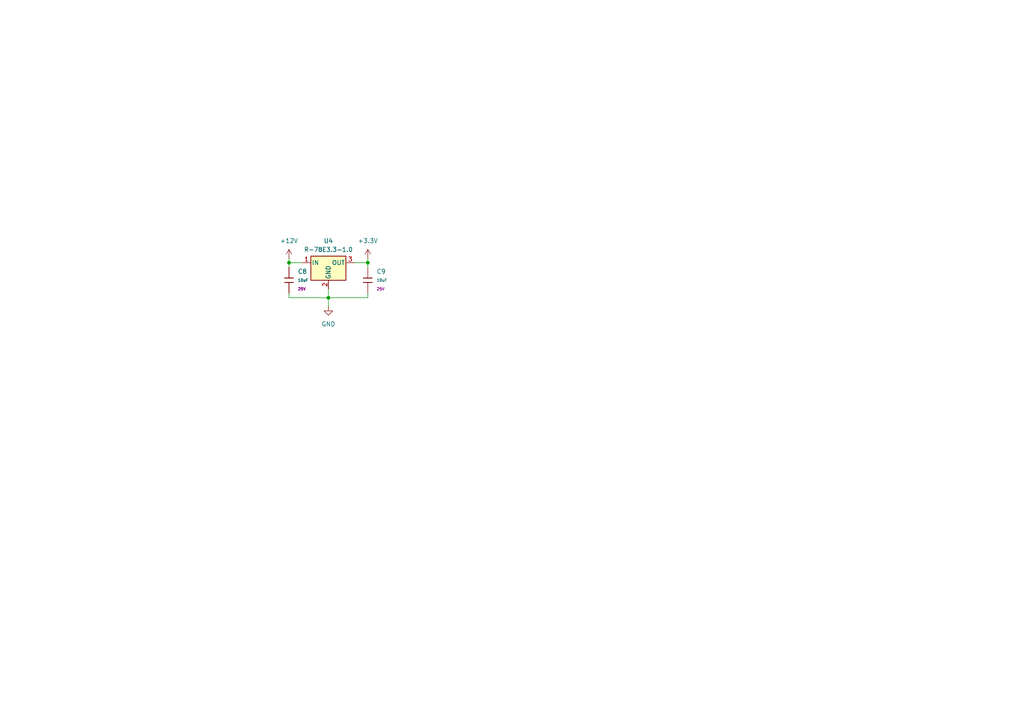
<source format=kicad_sch>
(kicad_sch
	(version 20250114)
	(generator "eeschema")
	(generator_version "9.0")
	(uuid "d4a1e6cd-3026-4905-9996-95b0f0109119")
	(paper "A4")
	(title_block
		(title "Power Supply")
		(date "2025-11-01")
		(rev "0")
		(company "Solar Energy Racers")
	)
	(lib_symbols
		(symbol "PCM_JLCPCB-Capacitors:0805,10uF"
			(pin_numbers
				(hide yes)
			)
			(pin_names
				(offset 0)
			)
			(exclude_from_sim no)
			(in_bom yes)
			(on_board yes)
			(property "Reference" "C"
				(at 2.032 1.668 0)
				(effects
					(font
						(size 1.27 1.27)
					)
					(justify left)
				)
			)
			(property "Value" "10uF"
				(at 2.032 -0.3782 0)
				(effects
					(font
						(size 0.8 0.8)
					)
					(justify left)
				)
			)
			(property "Footprint" "PCM_JLCPCB:C_0805"
				(at -1.778 0 90)
				(effects
					(font
						(size 1.27 1.27)
					)
					(hide yes)
				)
			)
			(property "Datasheet" "https://www.lcsc.com/datasheet/lcsc_datasheet_2304140030_Samsung-Electro-Mechanics-CL21A106KAYNNNE_C15850.pdf"
				(at 0 0 0)
				(effects
					(font
						(size 1.27 1.27)
					)
					(hide yes)
				)
			)
			(property "Description" "25V 10uF X5R ±10% 0805 Multilayer Ceramic Capacitors MLCC - SMD/SMT ROHS"
				(at 0 0 0)
				(effects
					(font
						(size 1.27 1.27)
					)
					(hide yes)
				)
			)
			(property "LCSC" "C15850"
				(at 0 0 0)
				(effects
					(font
						(size 1.27 1.27)
					)
					(hide yes)
				)
			)
			(property "Stock" "6525809"
				(at 0 0 0)
				(effects
					(font
						(size 1.27 1.27)
					)
					(hide yes)
				)
			)
			(property "Price" "0.014USD"
				(at 0 0 0)
				(effects
					(font
						(size 1.27 1.27)
					)
					(hide yes)
				)
			)
			(property "Process" "SMT"
				(at 0 0 0)
				(effects
					(font
						(size 1.27 1.27)
					)
					(hide yes)
				)
			)
			(property "Minimum Qty" "20"
				(at 0 0 0)
				(effects
					(font
						(size 1.27 1.27)
					)
					(hide yes)
				)
			)
			(property "Attrition Qty" "10"
				(at 0 0 0)
				(effects
					(font
						(size 1.27 1.27)
					)
					(hide yes)
				)
			)
			(property "Class" "Basic Component"
				(at 0 0 0)
				(effects
					(font
						(size 1.27 1.27)
					)
					(hide yes)
				)
			)
			(property "Category" "Capacitors,Multilayer Ceramic Capacitors MLCC - SMD/SMT"
				(at 0 0 0)
				(effects
					(font
						(size 1.27 1.27)
					)
					(hide yes)
				)
			)
			(property "Manufacturer" "Samsung Electro-Mechanics"
				(at 0 0 0)
				(effects
					(font
						(size 1.27 1.27)
					)
					(hide yes)
				)
			)
			(property "Part" "CL21A106KAYNNNE"
				(at 0 0 0)
				(effects
					(font
						(size 1.27 1.27)
					)
					(hide yes)
				)
			)
			(property "Voltage Rated" "25V"
				(at 2.032 -2.0462 0)
				(effects
					(font
						(size 0.8 0.8)
					)
					(justify left)
				)
			)
			(property "Tolerance" "±10%"
				(at 0 0 0)
				(effects
					(font
						(size 1.27 1.27)
					)
					(hide yes)
				)
			)
			(property "Capacitance" "10uF"
				(at 0 0 0)
				(effects
					(font
						(size 1.27 1.27)
					)
					(hide yes)
				)
			)
			(property "Temperature Coefficient" "X5R"
				(at 0 0 0)
				(effects
					(font
						(size 1.27 1.27)
					)
					(hide yes)
				)
			)
			(property "ki_fp_filters" "C_*"
				(at 0 0 0)
				(effects
					(font
						(size 1.27 1.27)
					)
					(hide yes)
				)
			)
			(symbol "0805,10uF_0_1"
				(polyline
					(pts
						(xy -1.27 0.635) (xy 1.27 0.635)
					)
					(stroke
						(width 0.254)
						(type default)
					)
					(fill
						(type none)
					)
				)
				(polyline
					(pts
						(xy -1.27 -0.635) (xy 1.27 -0.635)
					)
					(stroke
						(width 0.254)
						(type default)
					)
					(fill
						(type none)
					)
				)
			)
			(symbol "0805,10uF_1_1"
				(pin passive line
					(at 0 3.81 270)
					(length 3.175)
					(name "~"
						(effects
							(font
								(size 1.27 1.27)
							)
						)
					)
					(number "1"
						(effects
							(font
								(size 1.27 1.27)
							)
						)
					)
				)
				(pin passive line
					(at 0 -3.81 90)
					(length 3.175)
					(name "~"
						(effects
							(font
								(size 1.27 1.27)
							)
						)
					)
					(number "2"
						(effects
							(font
								(size 1.27 1.27)
							)
						)
					)
				)
			)
			(embedded_fonts no)
		)
		(symbol "Regulator_Switching:R-78E3.3-1.0"
			(pin_names
				(offset 0.254)
			)
			(exclude_from_sim no)
			(in_bom yes)
			(on_board yes)
			(property "Reference" "U"
				(at -3.81 3.175 0)
				(effects
					(font
						(size 1.27 1.27)
					)
				)
			)
			(property "Value" "R-78E3.3-1.0"
				(at 0 3.175 0)
				(effects
					(font
						(size 1.27 1.27)
					)
					(justify left)
				)
			)
			(property "Footprint" "Converter_DCDC:Converter_DCDC_RECOM_R-78E-0.5_THT"
				(at 1.27 -6.35 0)
				(effects
					(font
						(size 1.27 1.27)
						(italic yes)
					)
					(justify left)
					(hide yes)
				)
			)
			(property "Datasheet" "https://www.recom-power.com/pdf/Innoline/R-78Exx-1.0.pdf"
				(at 0 0 0)
				(effects
					(font
						(size 1.27 1.27)
					)
					(hide yes)
				)
			)
			(property "Description" "1A Step-Down DC/DC-Regulator, 6-28V input, 3.3V fixed Output Voltage, LM78xx replacement, -40°C to +85°C, SIP3"
				(at 0 0 0)
				(effects
					(font
						(size 1.27 1.27)
					)
					(hide yes)
				)
			)
			(property "ki_keywords" "dc-dc recom Step-Down DC/DC-Regulator"
				(at 0 0 0)
				(effects
					(font
						(size 1.27 1.27)
					)
					(hide yes)
				)
			)
			(property "ki_fp_filters" "Converter*DCDC*RECOM*R*78E*0.5*"
				(at 0 0 0)
				(effects
					(font
						(size 1.27 1.27)
					)
					(hide yes)
				)
			)
			(symbol "R-78E3.3-1.0_0_1"
				(rectangle
					(start -5.08 1.905)
					(end 5.08 -5.08)
					(stroke
						(width 0.254)
						(type default)
					)
					(fill
						(type background)
					)
				)
			)
			(symbol "R-78E3.3-1.0_1_1"
				(pin power_in line
					(at -7.62 0 0)
					(length 2.54)
					(name "IN"
						(effects
							(font
								(size 1.27 1.27)
							)
						)
					)
					(number "1"
						(effects
							(font
								(size 1.27 1.27)
							)
						)
					)
				)
				(pin power_in line
					(at 0 -7.62 90)
					(length 2.54)
					(name "GND"
						(effects
							(font
								(size 1.27 1.27)
							)
						)
					)
					(number "2"
						(effects
							(font
								(size 1.27 1.27)
							)
						)
					)
				)
				(pin power_out line
					(at 7.62 0 180)
					(length 2.54)
					(name "OUT"
						(effects
							(font
								(size 1.27 1.27)
							)
						)
					)
					(number "3"
						(effects
							(font
								(size 1.27 1.27)
							)
						)
					)
				)
			)
			(embedded_fonts no)
		)
		(symbol "power:+12V"
			(power)
			(pin_numbers
				(hide yes)
			)
			(pin_names
				(offset 0)
				(hide yes)
			)
			(exclude_from_sim no)
			(in_bom yes)
			(on_board yes)
			(property "Reference" "#PWR"
				(at 0 -3.81 0)
				(effects
					(font
						(size 1.27 1.27)
					)
					(hide yes)
				)
			)
			(property "Value" "+12V"
				(at 0 3.556 0)
				(effects
					(font
						(size 1.27 1.27)
					)
				)
			)
			(property "Footprint" ""
				(at 0 0 0)
				(effects
					(font
						(size 1.27 1.27)
					)
					(hide yes)
				)
			)
			(property "Datasheet" ""
				(at 0 0 0)
				(effects
					(font
						(size 1.27 1.27)
					)
					(hide yes)
				)
			)
			(property "Description" "Power symbol creates a global label with name \"+12V\""
				(at 0 0 0)
				(effects
					(font
						(size 1.27 1.27)
					)
					(hide yes)
				)
			)
			(property "ki_keywords" "global power"
				(at 0 0 0)
				(effects
					(font
						(size 1.27 1.27)
					)
					(hide yes)
				)
			)
			(symbol "+12V_0_1"
				(polyline
					(pts
						(xy -0.762 1.27) (xy 0 2.54)
					)
					(stroke
						(width 0)
						(type default)
					)
					(fill
						(type none)
					)
				)
				(polyline
					(pts
						(xy 0 2.54) (xy 0.762 1.27)
					)
					(stroke
						(width 0)
						(type default)
					)
					(fill
						(type none)
					)
				)
				(polyline
					(pts
						(xy 0 0) (xy 0 2.54)
					)
					(stroke
						(width 0)
						(type default)
					)
					(fill
						(type none)
					)
				)
			)
			(symbol "+12V_1_1"
				(pin power_in line
					(at 0 0 90)
					(length 0)
					(name "~"
						(effects
							(font
								(size 1.27 1.27)
							)
						)
					)
					(number "1"
						(effects
							(font
								(size 1.27 1.27)
							)
						)
					)
				)
			)
			(embedded_fonts no)
		)
		(symbol "power:+3.3V"
			(power)
			(pin_numbers
				(hide yes)
			)
			(pin_names
				(offset 0)
				(hide yes)
			)
			(exclude_from_sim no)
			(in_bom yes)
			(on_board yes)
			(property "Reference" "#PWR"
				(at 0 -3.81 0)
				(effects
					(font
						(size 1.27 1.27)
					)
					(hide yes)
				)
			)
			(property "Value" "+3.3V"
				(at 0 3.556 0)
				(effects
					(font
						(size 1.27 1.27)
					)
				)
			)
			(property "Footprint" ""
				(at 0 0 0)
				(effects
					(font
						(size 1.27 1.27)
					)
					(hide yes)
				)
			)
			(property "Datasheet" ""
				(at 0 0 0)
				(effects
					(font
						(size 1.27 1.27)
					)
					(hide yes)
				)
			)
			(property "Description" "Power symbol creates a global label with name \"+3.3V\""
				(at 0 0 0)
				(effects
					(font
						(size 1.27 1.27)
					)
					(hide yes)
				)
			)
			(property "ki_keywords" "global power"
				(at 0 0 0)
				(effects
					(font
						(size 1.27 1.27)
					)
					(hide yes)
				)
			)
			(symbol "+3.3V_0_1"
				(polyline
					(pts
						(xy -0.762 1.27) (xy 0 2.54)
					)
					(stroke
						(width 0)
						(type default)
					)
					(fill
						(type none)
					)
				)
				(polyline
					(pts
						(xy 0 2.54) (xy 0.762 1.27)
					)
					(stroke
						(width 0)
						(type default)
					)
					(fill
						(type none)
					)
				)
				(polyline
					(pts
						(xy 0 0) (xy 0 2.54)
					)
					(stroke
						(width 0)
						(type default)
					)
					(fill
						(type none)
					)
				)
			)
			(symbol "+3.3V_1_1"
				(pin power_in line
					(at 0 0 90)
					(length 0)
					(name "~"
						(effects
							(font
								(size 1.27 1.27)
							)
						)
					)
					(number "1"
						(effects
							(font
								(size 1.27 1.27)
							)
						)
					)
				)
			)
			(embedded_fonts no)
		)
		(symbol "power:GND"
			(power)
			(pin_numbers
				(hide yes)
			)
			(pin_names
				(offset 0)
				(hide yes)
			)
			(exclude_from_sim no)
			(in_bom yes)
			(on_board yes)
			(property "Reference" "#PWR"
				(at 0 -6.35 0)
				(effects
					(font
						(size 1.27 1.27)
					)
					(hide yes)
				)
			)
			(property "Value" "GND"
				(at 0 -3.81 0)
				(effects
					(font
						(size 1.27 1.27)
					)
				)
			)
			(property "Footprint" ""
				(at 0 0 0)
				(effects
					(font
						(size 1.27 1.27)
					)
					(hide yes)
				)
			)
			(property "Datasheet" ""
				(at 0 0 0)
				(effects
					(font
						(size 1.27 1.27)
					)
					(hide yes)
				)
			)
			(property "Description" "Power symbol creates a global label with name \"GND\" , ground"
				(at 0 0 0)
				(effects
					(font
						(size 1.27 1.27)
					)
					(hide yes)
				)
			)
			(property "ki_keywords" "global power"
				(at 0 0 0)
				(effects
					(font
						(size 1.27 1.27)
					)
					(hide yes)
				)
			)
			(symbol "GND_0_1"
				(polyline
					(pts
						(xy 0 0) (xy 0 -1.27) (xy 1.27 -1.27) (xy 0 -2.54) (xy -1.27 -1.27) (xy 0 -1.27)
					)
					(stroke
						(width 0)
						(type default)
					)
					(fill
						(type none)
					)
				)
			)
			(symbol "GND_1_1"
				(pin power_in line
					(at 0 0 270)
					(length 0)
					(name "~"
						(effects
							(font
								(size 1.27 1.27)
							)
						)
					)
					(number "1"
						(effects
							(font
								(size 1.27 1.27)
							)
						)
					)
				)
			)
			(embedded_fonts no)
		)
	)
	(junction
		(at 106.68 76.2)
		(diameter 0)
		(color 0 0 0 0)
		(uuid "4f61c1f6-7130-4d74-ba8d-1f09d9cda2c6")
	)
	(junction
		(at 83.82 76.2)
		(diameter 0)
		(color 0 0 0 0)
		(uuid "65217e09-f1e8-442e-9f48-28f4b9653987")
	)
	(junction
		(at 95.25 86.36)
		(diameter 0)
		(color 0 0 0 0)
		(uuid "8c915f56-e576-457e-88be-ba94b50ab688")
	)
	(wire
		(pts
			(xy 83.82 76.2) (xy 87.63 76.2)
		)
		(stroke
			(width 0)
			(type default)
		)
		(uuid "0b3daa03-988b-44d5-b554-d5887f5d7115")
	)
	(wire
		(pts
			(xy 106.68 76.2) (xy 106.68 77.47)
		)
		(stroke
			(width 0)
			(type default)
		)
		(uuid "375e6e76-1c4e-4db0-bb65-9d168b00d0fd")
	)
	(wire
		(pts
			(xy 95.25 86.36) (xy 95.25 88.9)
		)
		(stroke
			(width 0)
			(type default)
		)
		(uuid "57e3918e-2a27-4934-b308-983f4b17a0f7")
	)
	(wire
		(pts
			(xy 95.25 83.82) (xy 95.25 86.36)
		)
		(stroke
			(width 0)
			(type default)
		)
		(uuid "60ed6d2d-a799-4374-982a-84df7636383b")
	)
	(wire
		(pts
			(xy 102.87 76.2) (xy 106.68 76.2)
		)
		(stroke
			(width 0)
			(type default)
		)
		(uuid "720cca35-107a-4219-b59a-a98d2958d09b")
	)
	(wire
		(pts
			(xy 106.68 85.09) (xy 106.68 86.36)
		)
		(stroke
			(width 0)
			(type default)
		)
		(uuid "a01afa42-c854-40cf-8bad-c496ca37981d")
	)
	(wire
		(pts
			(xy 83.82 86.36) (xy 95.25 86.36)
		)
		(stroke
			(width 0)
			(type default)
		)
		(uuid "aad1cf1a-9531-4a9f-b092-1a1a265b2bd6")
	)
	(wire
		(pts
			(xy 83.82 85.09) (xy 83.82 86.36)
		)
		(stroke
			(width 0)
			(type default)
		)
		(uuid "b22505e4-7a31-4a24-ae7e-ca302b3c2d76")
	)
	(wire
		(pts
			(xy 83.82 74.93) (xy 83.82 76.2)
		)
		(stroke
			(width 0)
			(type default)
		)
		(uuid "b95aa060-4577-407e-a814-e3fb04edbee0")
	)
	(wire
		(pts
			(xy 83.82 77.47) (xy 83.82 76.2)
		)
		(stroke
			(width 0)
			(type default)
		)
		(uuid "c4b07cbe-7e4d-4be8-b5ec-788486caa5df")
	)
	(wire
		(pts
			(xy 106.68 74.93) (xy 106.68 76.2)
		)
		(stroke
			(width 0)
			(type default)
		)
		(uuid "cc042c41-b7be-4a80-971f-91fd18a354df")
	)
	(wire
		(pts
			(xy 95.25 86.36) (xy 106.68 86.36)
		)
		(stroke
			(width 0)
			(type default)
		)
		(uuid "ef4ee456-341b-4da4-a8b7-4822ee99b554")
	)
	(symbol
		(lib_id "PCM_JLCPCB-Capacitors:0805,10uF")
		(at 106.68 81.28 0)
		(unit 1)
		(exclude_from_sim no)
		(in_bom yes)
		(on_board yes)
		(dnp no)
		(fields_autoplaced yes)
		(uuid "2b5944e7-2dcc-476b-b1c5-eb89c05cdb05")
		(property "Reference" "C9"
			(at 109.22 78.7399 0)
			(effects
				(font
					(size 1.27 1.27)
				)
				(justify left)
			)
		)
		(property "Value" "10uF"
			(at 109.22 81.28 0)
			(effects
				(font
					(size 0.8 0.8)
				)
				(justify left)
			)
		)
		(property "Footprint" "PCM_JLCPCB:C_0805"
			(at 104.902 81.28 90)
			(effects
				(font
					(size 1.27 1.27)
				)
				(hide yes)
			)
		)
		(property "Datasheet" "https://www.lcsc.com/datasheet/lcsc_datasheet_2304140030_Samsung-Electro-Mechanics-CL21A106KAYNNNE_C15850.pdf"
			(at 106.68 81.28 0)
			(effects
				(font
					(size 1.27 1.27)
				)
				(hide yes)
			)
		)
		(property "Description" "25V 10uF X5R ±10% 0805 Multilayer Ceramic Capacitors MLCC - SMD/SMT ROHS"
			(at 106.68 81.28 0)
			(effects
				(font
					(size 1.27 1.27)
				)
				(hide yes)
			)
		)
		(property "LCSC" "C15850"
			(at 106.68 81.28 0)
			(effects
				(font
					(size 1.27 1.27)
				)
				(hide yes)
			)
		)
		(property "Stock" "6525809"
			(at 106.68 81.28 0)
			(effects
				(font
					(size 1.27 1.27)
				)
				(hide yes)
			)
		)
		(property "Price" "0.014USD"
			(at 106.68 81.28 0)
			(effects
				(font
					(size 1.27 1.27)
				)
				(hide yes)
			)
		)
		(property "Process" "SMT"
			(at 106.68 81.28 0)
			(effects
				(font
					(size 1.27 1.27)
				)
				(hide yes)
			)
		)
		(property "Minimum Qty" "20"
			(at 106.68 81.28 0)
			(effects
				(font
					(size 1.27 1.27)
				)
				(hide yes)
			)
		)
		(property "Attrition Qty" "10"
			(at 106.68 81.28 0)
			(effects
				(font
					(size 1.27 1.27)
				)
				(hide yes)
			)
		)
		(property "Class" "Basic Component"
			(at 106.68 81.28 0)
			(effects
				(font
					(size 1.27 1.27)
				)
				(hide yes)
			)
		)
		(property "Category" "Capacitors,Multilayer Ceramic Capacitors MLCC - SMD/SMT"
			(at 106.68 81.28 0)
			(effects
				(font
					(size 1.27 1.27)
				)
				(hide yes)
			)
		)
		(property "Manufacturer" "Samsung Electro-Mechanics"
			(at 106.68 81.28 0)
			(effects
				(font
					(size 1.27 1.27)
				)
				(hide yes)
			)
		)
		(property "Part" "CL21A106KAYNNNE"
			(at 106.68 81.28 0)
			(effects
				(font
					(size 1.27 1.27)
				)
				(hide yes)
			)
		)
		(property "Voltage Rated" "25V"
			(at 109.22 83.82 0)
			(effects
				(font
					(size 0.8 0.8)
				)
				(justify left)
			)
		)
		(property "Tolerance" "±10%"
			(at 106.68 81.28 0)
			(effects
				(font
					(size 1.27 1.27)
				)
				(hide yes)
			)
		)
		(property "Capacitance" "10uF"
			(at 106.68 81.28 0)
			(effects
				(font
					(size 1.27 1.27)
				)
				(hide yes)
			)
		)
		(property "Temperature Coefficient" "X5R"
			(at 106.68 81.28 0)
			(effects
				(font
					(size 1.27 1.27)
				)
				(hide yes)
			)
		)
		(pin "1"
			(uuid "adc6d714-aa95-4542-b36f-c308aa56002f")
		)
		(pin "2"
			(uuid "53f4d3ab-fae1-4619-95c5-e03a709aa220")
		)
		(instances
			(project "AuxController"
				(path "/9544068f-39f5-4662-8d0e-f77047cf820d/97beb7e2-6f12-4199-aad1-1f057a35f99c"
					(reference "C9")
					(unit 1)
				)
			)
		)
	)
	(symbol
		(lib_id "PCM_JLCPCB-Capacitors:0805,10uF")
		(at 83.82 81.28 0)
		(unit 1)
		(exclude_from_sim no)
		(in_bom yes)
		(on_board yes)
		(dnp no)
		(fields_autoplaced yes)
		(uuid "46f269c7-c29d-436b-8db3-67cf9037c5d1")
		(property "Reference" "C8"
			(at 86.36 78.7399 0)
			(effects
				(font
					(size 1.27 1.27)
				)
				(justify left)
			)
		)
		(property "Value" "10uF"
			(at 86.36 81.28 0)
			(effects
				(font
					(size 0.8 0.8)
				)
				(justify left)
			)
		)
		(property "Footprint" "PCM_JLCPCB:C_0805"
			(at 82.042 81.28 90)
			(effects
				(font
					(size 1.27 1.27)
				)
				(hide yes)
			)
		)
		(property "Datasheet" "https://www.lcsc.com/datasheet/lcsc_datasheet_2304140030_Samsung-Electro-Mechanics-CL21A106KAYNNNE_C15850.pdf"
			(at 83.82 81.28 0)
			(effects
				(font
					(size 1.27 1.27)
				)
				(hide yes)
			)
		)
		(property "Description" "25V 10uF X5R ±10% 0805 Multilayer Ceramic Capacitors MLCC - SMD/SMT ROHS"
			(at 83.82 81.28 0)
			(effects
				(font
					(size 1.27 1.27)
				)
				(hide yes)
			)
		)
		(property "LCSC" "C15850"
			(at 83.82 81.28 0)
			(effects
				(font
					(size 1.27 1.27)
				)
				(hide yes)
			)
		)
		(property "Stock" "6525809"
			(at 83.82 81.28 0)
			(effects
				(font
					(size 1.27 1.27)
				)
				(hide yes)
			)
		)
		(property "Price" "0.014USD"
			(at 83.82 81.28 0)
			(effects
				(font
					(size 1.27 1.27)
				)
				(hide yes)
			)
		)
		(property "Process" "SMT"
			(at 83.82 81.28 0)
			(effects
				(font
					(size 1.27 1.27)
				)
				(hide yes)
			)
		)
		(property "Minimum Qty" "20"
			(at 83.82 81.28 0)
			(effects
				(font
					(size 1.27 1.27)
				)
				(hide yes)
			)
		)
		(property "Attrition Qty" "10"
			(at 83.82 81.28 0)
			(effects
				(font
					(size 1.27 1.27)
				)
				(hide yes)
			)
		)
		(property "Class" "Basic Component"
			(at 83.82 81.28 0)
			(effects
				(font
					(size 1.27 1.27)
				)
				(hide yes)
			)
		)
		(property "Category" "Capacitors,Multilayer Ceramic Capacitors MLCC - SMD/SMT"
			(at 83.82 81.28 0)
			(effects
				(font
					(size 1.27 1.27)
				)
				(hide yes)
			)
		)
		(property "Manufacturer" "Samsung Electro-Mechanics"
			(at 83.82 81.28 0)
			(effects
				(font
					(size 1.27 1.27)
				)
				(hide yes)
			)
		)
		(property "Part" "CL21A106KAYNNNE"
			(at 83.82 81.28 0)
			(effects
				(font
					(size 1.27 1.27)
				)
				(hide yes)
			)
		)
		(property "Voltage Rated" "25V"
			(at 86.36 83.82 0)
			(effects
				(font
					(size 0.8 0.8)
				)
				(justify left)
			)
		)
		(property "Tolerance" "±10%"
			(at 83.82 81.28 0)
			(effects
				(font
					(size 1.27 1.27)
				)
				(hide yes)
			)
		)
		(property "Capacitance" "10uF"
			(at 83.82 81.28 0)
			(effects
				(font
					(size 1.27 1.27)
				)
				(hide yes)
			)
		)
		(property "Temperature Coefficient" "X5R"
			(at 83.82 81.28 0)
			(effects
				(font
					(size 1.27 1.27)
				)
				(hide yes)
			)
		)
		(pin "1"
			(uuid "05271584-6c5b-4584-8056-2452ecfe33dc")
		)
		(pin "2"
			(uuid "7415b17e-640b-480a-a323-5d7743e0f59c")
		)
		(instances
			(project "AuxController"
				(path "/9544068f-39f5-4662-8d0e-f77047cf820d/97beb7e2-6f12-4199-aad1-1f057a35f99c"
					(reference "C8")
					(unit 1)
				)
			)
		)
	)
	(symbol
		(lib_id "power:+12V")
		(at 83.82 74.93 0)
		(unit 1)
		(exclude_from_sim no)
		(in_bom yes)
		(on_board yes)
		(dnp no)
		(fields_autoplaced yes)
		(uuid "53e26f60-57a4-4580-88f6-5358d5821c34")
		(property "Reference" "#PWR058"
			(at 83.82 78.74 0)
			(effects
				(font
					(size 1.27 1.27)
				)
				(hide yes)
			)
		)
		(property "Value" "+12V"
			(at 83.82 69.85 0)
			(effects
				(font
					(size 1.27 1.27)
				)
			)
		)
		(property "Footprint" ""
			(at 83.82 74.93 0)
			(effects
				(font
					(size 1.27 1.27)
				)
				(hide yes)
			)
		)
		(property "Datasheet" ""
			(at 83.82 74.93 0)
			(effects
				(font
					(size 1.27 1.27)
				)
				(hide yes)
			)
		)
		(property "Description" "Power symbol creates a global label with name \"+12V\""
			(at 83.82 74.93 0)
			(effects
				(font
					(size 1.27 1.27)
				)
				(hide yes)
			)
		)
		(pin "1"
			(uuid "9c858228-bced-47f2-aea0-b27a1362f99f")
		)
		(instances
			(project "AuxController"
				(path "/9544068f-39f5-4662-8d0e-f77047cf820d/97beb7e2-6f12-4199-aad1-1f057a35f99c"
					(reference "#PWR058")
					(unit 1)
				)
			)
		)
	)
	(symbol
		(lib_id "power:+3.3V")
		(at 106.68 74.93 0)
		(unit 1)
		(exclude_from_sim no)
		(in_bom yes)
		(on_board yes)
		(dnp no)
		(fields_autoplaced yes)
		(uuid "6ff937ba-bcff-4ac8-a461-bc352d3b356c")
		(property "Reference" "#PWR059"
			(at 106.68 78.74 0)
			(effects
				(font
					(size 1.27 1.27)
				)
				(hide yes)
			)
		)
		(property "Value" "+3.3V"
			(at 106.68 69.85 0)
			(effects
				(font
					(size 1.27 1.27)
				)
			)
		)
		(property "Footprint" ""
			(at 106.68 74.93 0)
			(effects
				(font
					(size 1.27 1.27)
				)
				(hide yes)
			)
		)
		(property "Datasheet" ""
			(at 106.68 74.93 0)
			(effects
				(font
					(size 1.27 1.27)
				)
				(hide yes)
			)
		)
		(property "Description" "Power symbol creates a global label with name \"+3.3V\""
			(at 106.68 74.93 0)
			(effects
				(font
					(size 1.27 1.27)
				)
				(hide yes)
			)
		)
		(pin "1"
			(uuid "802ddc53-a002-4c48-9497-b03d72de43b2")
		)
		(instances
			(project "AuxController"
				(path "/9544068f-39f5-4662-8d0e-f77047cf820d/97beb7e2-6f12-4199-aad1-1f057a35f99c"
					(reference "#PWR059")
					(unit 1)
				)
			)
		)
	)
	(symbol
		(lib_id "Regulator_Switching:R-78E3.3-1.0")
		(at 95.25 76.2 0)
		(unit 1)
		(exclude_from_sim no)
		(in_bom yes)
		(on_board yes)
		(dnp no)
		(fields_autoplaced yes)
		(uuid "7cb2f512-545d-4990-90d1-918fb8a935b2")
		(property "Reference" "U4"
			(at 95.25 69.85 0)
			(effects
				(font
					(size 1.27 1.27)
				)
			)
		)
		(property "Value" "R-78E3.3-1.0"
			(at 95.25 72.39 0)
			(effects
				(font
					(size 1.27 1.27)
				)
			)
		)
		(property "Footprint" "Converter_DCDC:Converter_DCDC_RECOM_R-78E-0.5_THT"
			(at 96.52 82.55 0)
			(effects
				(font
					(size 1.27 1.27)
					(italic yes)
				)
				(justify left)
				(hide yes)
			)
		)
		(property "Datasheet" "https://www.recom-power.com/pdf/Innoline/R-78Exx-1.0.pdf"
			(at 95.25 76.2 0)
			(effects
				(font
					(size 1.27 1.27)
				)
				(hide yes)
			)
		)
		(property "Description" "1A Step-Down DC/DC-Regulator, 6-28V input, 3.3V fixed Output Voltage, LM78xx replacement, -40°C to +85°C, SIP3"
			(at 95.25 76.2 0)
			(effects
				(font
					(size 1.27 1.27)
				)
				(hide yes)
			)
		)
		(pin "3"
			(uuid "952ba1fb-e6de-41d4-aa81-7c8d26299fed")
		)
		(pin "1"
			(uuid "9c9abacb-b85e-400f-a4e2-6e145584f890")
		)
		(pin "2"
			(uuid "b6fc1846-f789-494e-bd1c-b5a52af80b55")
		)
		(instances
			(project ""
				(path "/9544068f-39f5-4662-8d0e-f77047cf820d/97beb7e2-6f12-4199-aad1-1f057a35f99c"
					(reference "U4")
					(unit 1)
				)
			)
		)
	)
	(symbol
		(lib_id "power:GND")
		(at 95.25 88.9 0)
		(unit 1)
		(exclude_from_sim no)
		(in_bom yes)
		(on_board yes)
		(dnp no)
		(fields_autoplaced yes)
		(uuid "9449666b-9738-4e1a-abce-7853ace4f361")
		(property "Reference" "#PWR060"
			(at 95.25 95.25 0)
			(effects
				(font
					(size 1.27 1.27)
				)
				(hide yes)
			)
		)
		(property "Value" "GND"
			(at 95.25 93.98 0)
			(effects
				(font
					(size 1.27 1.27)
				)
			)
		)
		(property "Footprint" ""
			(at 95.25 88.9 0)
			(effects
				(font
					(size 1.27 1.27)
				)
				(hide yes)
			)
		)
		(property "Datasheet" ""
			(at 95.25 88.9 0)
			(effects
				(font
					(size 1.27 1.27)
				)
				(hide yes)
			)
		)
		(property "Description" "Power symbol creates a global label with name \"GND\" , ground"
			(at 95.25 88.9 0)
			(effects
				(font
					(size 1.27 1.27)
				)
				(hide yes)
			)
		)
		(pin "1"
			(uuid "434d805c-a0e0-4adb-8cbd-51ee51bad14b")
		)
		(instances
			(project "AuxController"
				(path "/9544068f-39f5-4662-8d0e-f77047cf820d/97beb7e2-6f12-4199-aad1-1f057a35f99c"
					(reference "#PWR060")
					(unit 1)
				)
			)
		)
	)
)

</source>
